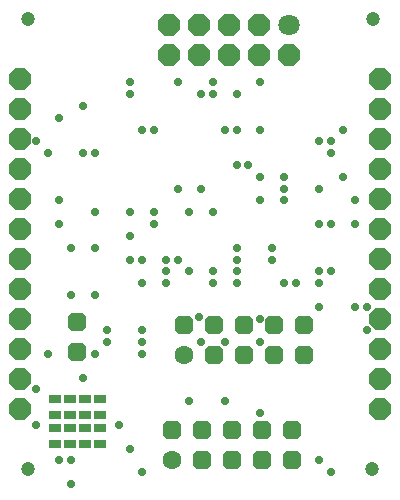
<source format=gts>
%FSLAX44Y44*%
%MOMM*%
G71*
G01*
G75*
G04 Layer_Color=8388736*
%ADD10R,0.8000X0.6000*%
%ADD11C,0.2000*%
G04:AMPARAMS|DCode=12|XSize=1.4mm|YSize=1.4mm|CornerRadius=0mm|HoleSize=0mm|Usage=FLASHONLY|Rotation=270.000|XOffset=0mm|YOffset=0mm|HoleType=Round|Shape=Octagon|*
%AMOCTAGOND12*
4,1,8,-0.3500,-0.7000,0.3500,-0.7000,0.7000,-0.3500,0.7000,0.3500,0.3500,0.7000,-0.3500,0.7000,-0.7000,0.3500,-0.7000,-0.3500,-0.3500,-0.7000,0.0*
%
%ADD12OCTAGOND12*%

G04:AMPARAMS|DCode=13|XSize=1.4mm|YSize=1.4mm|CornerRadius=0mm|HoleSize=0mm|Usage=FLASHONLY|Rotation=0.000|XOffset=0mm|YOffset=0mm|HoleType=Round|Shape=Octagon|*
%AMOCTAGOND13*
4,1,8,0.7000,-0.3500,0.7000,0.3500,0.3500,0.7000,-0.3500,0.7000,-0.7000,0.3500,-0.7000,-0.3500,-0.3500,-0.7000,0.3500,-0.7000,0.7000,-0.3500,0.0*
%
%ADD13OCTAGOND13*%

%ADD14C,1.4000*%
G04:AMPARAMS|DCode=15|XSize=1.6002mm|YSize=1.6002mm|CornerRadius=0mm|HoleSize=0mm|Usage=FLASHONLY|Rotation=270.000|XOffset=0mm|YOffset=0mm|HoleType=Round|Shape=Octagon|*
%AMOCTAGOND15*
4,1,8,-0.4001,-0.8001,0.4001,-0.8001,0.8001,-0.4001,0.8001,0.4001,0.4001,0.8001,-0.4001,0.8001,-0.8001,0.4001,-0.8001,-0.4001,-0.4001,-0.8001,0.0*
%
%ADD15OCTAGOND15*%

%ADD16C,1.0000*%
G04:AMPARAMS|DCode=17|XSize=1.6002mm|YSize=1.6002mm|CornerRadius=0mm|HoleSize=0mm|Usage=FLASHONLY|Rotation=180.000|XOffset=0mm|YOffset=0mm|HoleType=Round|Shape=Octagon|*
%AMOCTAGOND17*
4,1,8,-0.8001,0.4001,-0.8001,-0.4001,-0.4001,-0.8001,0.4001,-0.8001,0.8001,-0.4001,0.8001,0.4001,0.4001,0.8001,-0.4001,0.8001,-0.8001,0.4001,0.0*
%
%ADD17OCTAGOND17*%

%ADD18C,1.6002*%
%ADD19C,0.5000*%
%ADD20C,1.0160*%
%ADD21C,2.0160*%
%ADD22C,1.9304*%
G04:AMPARAMS|DCode=23|XSize=2.4384mm|YSize=2.4384mm|CornerRadius=0mm|HoleSize=0mm|Usage=FLASHONLY|Rotation=0.000|XOffset=0mm|YOffset=0mm|HoleType=Round|Shape=Relief|Width=0.254mm|Gap=0.254mm|Entries=4|*
%AMTHD23*
7,0,0,2.4384,1.9304,0.2540,45*
%
%ADD23THD23*%
G04:AMPARAMS|DCode=24|XSize=2.524mm|YSize=2.524mm|CornerRadius=0mm|HoleSize=0mm|Usage=FLASHONLY|Rotation=0.000|XOffset=0mm|YOffset=0mm|HoleType=Round|Shape=Relief|Width=0.254mm|Gap=0.254mm|Entries=4|*
%AMTHD24*
7,0,0,2.5240,2.0160,0.2540,45*
%
%ADD24THD24*%
%ADD25C,3.0160*%
%ADD26C,1.9160*%
G04:AMPARAMS|DCode=27|XSize=2.424mm|YSize=2.424mm|CornerRadius=0mm|HoleSize=0mm|Usage=FLASHONLY|Rotation=0.000|XOffset=0mm|YOffset=0mm|HoleType=Round|Shape=Relief|Width=0.254mm|Gap=0.254mm|Entries=4|*
%AMTHD27*
7,0,0,2.4240,1.9160,0.2540,45*
%
%ADD27THD27*%
G04:AMPARAMS|DCode=28|XSize=1.724mm|YSize=1.724mm|CornerRadius=0mm|HoleSize=0mm|Usage=FLASHONLY|Rotation=0.000|XOffset=0mm|YOffset=0mm|HoleType=Round|Shape=Relief|Width=0.254mm|Gap=0.254mm|Entries=4|*
%AMTHD28*
7,0,0,1.7240,1.2160,0.2540,45*
%
%ADD28THD28*%
%ADD29C,1.2160*%
%ADD30R,0.6000X0.8000*%
%ADD31R,1.1998X0.2498*%
%ADD32R,0.2498X1.1998*%
%ADD33R,3.8100X2.0066*%
%ADD34R,1.4986X2.0066*%
%ADD35C,0.1500*%
%ADD36C,0.1270*%
%ADD37C,0.2500*%
%ADD38C,0.0508*%
%ADD39R,1.0000X0.8000*%
G04:AMPARAMS|DCode=40|XSize=1.6mm|YSize=1.6mm|CornerRadius=0mm|HoleSize=0mm|Usage=FLASHONLY|Rotation=270.000|XOffset=0mm|YOffset=0mm|HoleType=Round|Shape=Octagon|*
%AMOCTAGOND40*
4,1,8,-0.4000,-0.8000,0.4000,-0.8000,0.8000,-0.4000,0.8000,0.4000,0.4000,0.8000,-0.4000,0.8000,-0.8000,0.4000,-0.8000,-0.4000,-0.4000,-0.8000,0.0*
%
%ADD40OCTAGOND40*%

G04:AMPARAMS|DCode=41|XSize=1.6mm|YSize=1.6mm|CornerRadius=0mm|HoleSize=0mm|Usage=FLASHONLY|Rotation=0.000|XOffset=0mm|YOffset=0mm|HoleType=Round|Shape=Octagon|*
%AMOCTAGOND41*
4,1,8,0.8000,-0.4000,0.8000,0.4000,0.4000,0.8000,-0.4000,0.8000,-0.8000,0.4000,-0.8000,-0.4000,-0.4000,-0.8000,0.4000,-0.8000,0.8000,-0.4000,0.0*
%
%ADD41OCTAGOND41*%

%ADD42C,1.6000*%
G04:AMPARAMS|DCode=43|XSize=1.8002mm|YSize=1.8002mm|CornerRadius=0mm|HoleSize=0mm|Usage=FLASHONLY|Rotation=270.000|XOffset=0mm|YOffset=0mm|HoleType=Round|Shape=Octagon|*
%AMOCTAGOND43*
4,1,8,-0.4501,-0.9001,0.4501,-0.9001,0.9001,-0.4501,0.9001,0.4501,0.4501,0.9001,-0.4501,0.9001,-0.9001,0.4501,-0.9001,-0.4501,-0.4501,-0.9001,0.0*
%
%ADD43OCTAGOND43*%

%ADD44C,1.2000*%
G04:AMPARAMS|DCode=45|XSize=1.8002mm|YSize=1.8002mm|CornerRadius=0mm|HoleSize=0mm|Usage=FLASHONLY|Rotation=180.000|XOffset=0mm|YOffset=0mm|HoleType=Round|Shape=Octagon|*
%AMOCTAGOND45*
4,1,8,-0.9001,0.4501,-0.9001,-0.4501,-0.4501,-0.9001,0.4501,-0.9001,0.9001,-0.4501,0.9001,0.4501,0.4501,0.9001,-0.4501,0.9001,-0.9001,0.4501,0.0*
%
%ADD45OCTAGOND45*%

%ADD46C,1.8002*%
%ADD47C,0.7000*%
D39*
X41910Y59944D02*
D03*
Y46482D02*
D03*
X54610Y59944D02*
D03*
Y46482D02*
D03*
X80010Y59944D02*
D03*
Y46482D02*
D03*
X67310Y59944D02*
D03*
Y46482D02*
D03*
X41910Y84074D02*
D03*
Y70612D02*
D03*
X54610Y84074D02*
D03*
Y70612D02*
D03*
X80010Y84074D02*
D03*
Y70612D02*
D03*
X67310Y84074D02*
D03*
Y70612D02*
D03*
D40*
X60960Y124460D02*
D03*
Y149860D02*
D03*
D41*
X242570Y58420D02*
D03*
Y33020D02*
D03*
X217170Y58420D02*
D03*
Y33020D02*
D03*
X191770Y58420D02*
D03*
Y33020D02*
D03*
X166370Y58420D02*
D03*
Y33020D02*
D03*
X140970Y58420D02*
D03*
X252730Y147320D02*
D03*
Y121920D02*
D03*
X227330Y147320D02*
D03*
Y121920D02*
D03*
X201930Y147320D02*
D03*
Y121920D02*
D03*
X176530Y147320D02*
D03*
Y121920D02*
D03*
X151130Y147320D02*
D03*
D42*
X140970Y33020D02*
D03*
X151130Y121920D02*
D03*
D43*
X317500Y76200D02*
D03*
Y101600D02*
D03*
Y127000D02*
D03*
Y152400D02*
D03*
Y177800D02*
D03*
Y203200D02*
D03*
Y228600D02*
D03*
Y254000D02*
D03*
Y279400D02*
D03*
Y304800D02*
D03*
Y330200D02*
D03*
Y355600D02*
D03*
X12700Y76200D02*
D03*
Y101600D02*
D03*
Y127000D02*
D03*
Y152400D02*
D03*
Y177800D02*
D03*
Y203200D02*
D03*
Y228600D02*
D03*
Y254000D02*
D03*
Y279400D02*
D03*
Y304800D02*
D03*
Y330200D02*
D03*
Y355600D02*
D03*
D44*
X311150Y406400D02*
D03*
X19050D02*
D03*
X310896Y25400D02*
D03*
X19050D02*
D03*
D45*
X138430Y375920D02*
D03*
Y401320D02*
D03*
X163830Y375920D02*
D03*
Y401320D02*
D03*
X189230Y375920D02*
D03*
Y401320D02*
D03*
X214630Y375920D02*
D03*
Y401320D02*
D03*
X240030Y375920D02*
D03*
D46*
Y401320D02*
D03*
D47*
X163830Y153670D02*
D03*
X265958Y192553D02*
D03*
X305958Y162553D02*
D03*
Y142553D02*
D03*
X165959Y262553D02*
D03*
X265958Y182553D02*
D03*
X175959D02*
D03*
X125959Y242553D02*
D03*
X175959Y192553D02*
D03*
X125959Y232553D02*
D03*
X165959Y342553D02*
D03*
X235958Y262553D02*
D03*
X265958D02*
D03*
X195959Y312553D02*
D03*
X105959Y342553D02*
D03*
X215959Y152553D02*
D03*
X135959Y202553D02*
D03*
X75959Y292553D02*
D03*
X185959Y132553D02*
D03*
X265958Y162553D02*
D03*
X45959Y252553D02*
D03*
X85959Y132553D02*
D03*
X155959Y82553D02*
D03*
X45959Y232553D02*
D03*
X55959Y32553D02*
D03*
X25959Y62553D02*
D03*
X175959Y352553D02*
D03*
X105959D02*
D03*
X295958Y252553D02*
D03*
X45959Y32553D02*
D03*
X65959Y292553D02*
D03*
X115959Y122553D02*
D03*
X55959Y12553D02*
D03*
X115959Y22553D02*
D03*
X185959Y312553D02*
D03*
X215959Y132553D02*
D03*
X115959Y142553D02*
D03*
Y202553D02*
D03*
X55959Y212553D02*
D03*
X35959Y122553D02*
D03*
X75959Y172553D02*
D03*
X55959D02*
D03*
X115959Y182553D02*
D03*
X215959Y72553D02*
D03*
X115959Y132553D02*
D03*
X135959Y192553D02*
D03*
X145959Y202553D02*
D03*
X185959Y82553D02*
D03*
X155959Y192553D02*
D03*
X105959Y42553D02*
D03*
Y202553D02*
D03*
X275958Y22553D02*
D03*
X195959Y212553D02*
D03*
X265958Y32553D02*
D03*
X195959Y202553D02*
D03*
Y182553D02*
D03*
X115959Y312553D02*
D03*
X215959Y252553D02*
D03*
X295958Y232553D02*
D03*
X275958D02*
D03*
X235958Y182553D02*
D03*
X225959Y212553D02*
D03*
Y202553D02*
D03*
X275958Y192553D02*
D03*
X295958Y162553D02*
D03*
X85959Y142553D02*
D03*
X175959Y242553D02*
D03*
X65959Y102553D02*
D03*
X155959Y242553D02*
D03*
X145959Y262553D02*
D03*
X205959Y282553D02*
D03*
X285958Y312553D02*
D03*
X45959Y322553D02*
D03*
X275958Y302553D02*
D03*
X285958Y272553D02*
D03*
X35959Y292553D02*
D03*
X275958D02*
D03*
X25959Y302553D02*
D03*
X265958D02*
D03*
X135959Y182553D02*
D03*
X175959Y342553D02*
D03*
X195959D02*
D03*
X235958Y252553D02*
D03*
Y272553D02*
D03*
X125959Y312553D02*
D03*
X105959Y222553D02*
D03*
Y242553D02*
D03*
X195959Y192553D02*
D03*
X95959Y62553D02*
D03*
X65959Y332553D02*
D03*
X75959Y242553D02*
D03*
X145959Y352553D02*
D03*
X215959D02*
D03*
X265958Y232553D02*
D03*
X75959Y212553D02*
D03*
X245958Y182553D02*
D03*
X75959Y122553D02*
D03*
X25959Y92553D02*
D03*
X165959Y132553D02*
D03*
X215959Y272553D02*
D03*
X195959Y282553D02*
D03*
X215959Y312553D02*
D03*
M02*

</source>
